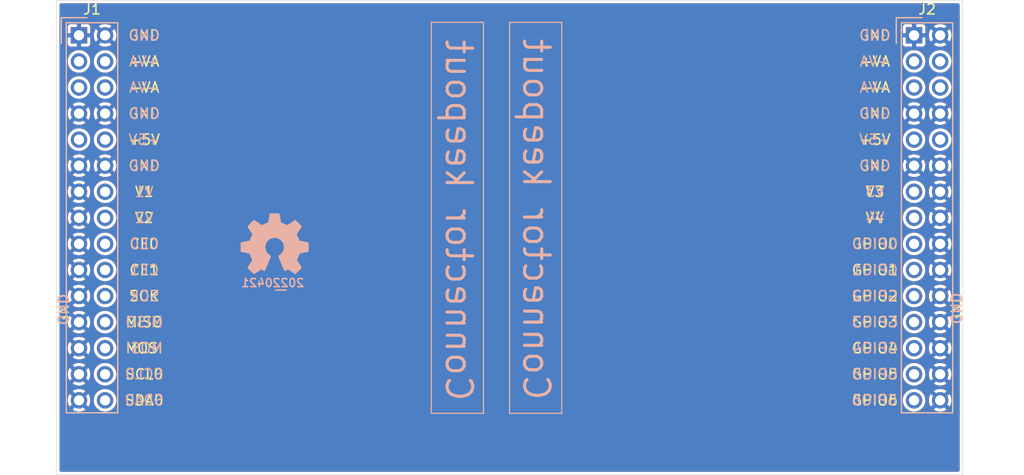
<source format=kicad_pcb>
(kicad_pcb (version 20221018) (generator pcbnew)
  (layers (0 "F.Cu" signal) (31 "B.Cu" signal) (34 "B.Paste" user) (35 "F.Paste" user) (36 "B.SilkS" user "B.Silkscreen") (37 "F.SilkS" user "F.Silkscreen") (38 "B.Mask" user) (39 "F.Mask" user) (44 "Edge.Cuts" user))
  (net 0 "")
  (net 1 "GND")
  (footprint "SquantorConnectorsNamed:module_2x15_right" (layer "F.Cu") (at 227.33 90.17)
    (fp_text reference "J2" (at 0 -20.32 unlocked) (layer "F.SilkS"))
    (fp_text value "module_2x15_right_input")
    (fp_text user "GND" (at -5.08 -10.16 unlocked) (layer "B.SilkS") (effects (justify mirror)))
    (fp_text user "GND" (at 2.79 8.83 -90 unlocked) (layer "B.SilkS") (effects (justify mirror)))
    (fp_text user "+VA" (at -5.08 -15.24 unlocked) (layer "B.SilkS") (effects (justify mirror)))
    (fp_text user "V4" (at -5.08 0 unlocked) (layer "B.SilkS") (effects (justify mirror)))
    (fp_text user "GND" (at -5.08 -5.08 unlocked) (layer "B.SilkS") (effects (justify mirror)))
    (fp_text user "V3" (at -5.08 -2.54 unlocked) (layer "B.SilkS") (effects (justify mirror)))
    (fp_text user "GPIO3" (at -5.08 10.16 unlocked) (layer "B.SilkS") (effects (justify mirror)))
    (fp_text user "GPIO2" (at -5.08 7.62 unlocked) (layer "B.SilkS") (effects (justify mirror)))
    (fp_text user "GPIO0" (at -5.08 2.54 unlocked) (layer "B.SilkS") (effects (justify mirror)))
    (fp_text user "GPIO4" (at -5.08 12.7 unlocked) (layer "B.SilkS") (effects (justify mirror)))
    (fp_text user "-VA" (at -5.08 -12.7 unlocked) (layer "B.SilkS") (effects (justify mirror)))
    (fp_text user "GPIO5" (at -5.08 15.24 unlocked) (layer "B.SilkS") (effects (justify mirror)))
    (fp_text user "GPIO1" (at -5.08 5.08 unlocked) (layer "B.SilkS") (effects (justify mirror)))
    (fp_text user "GND" (at -5.08 -17.78 unlocked) (layer "B.SilkS") (effects (justify mirror)))
    (fp_text user "GPIO6" (at -5.112672 17.756379 unlocked) (layer "B.SilkS") (effects (justify mirror)))
    (fp_text user "+5V" (at -5.08 -7.62 unlocked) (layer "B.SilkS") (effects (justify mirror)))
    (fp_text user "V4" (at -5.08 0 unlocked) (layer "F.SilkS"))
    (fp_text user "GPIO6" (at -5.08 17.78 unlocked) (layer "F.SilkS"))
    (fp_text user "V3" (at -5.08 -2.54 unlocked) (layer "F.SilkS"))
    (fp_text user "GPIO0" (at -5.08 2.54 unlocked) (layer "F.SilkS"))
    (fp_text user "GPIO2" (at -5.08 7.62 unlocked) (layer "F.SilkS"))
    (fp_text user "GND" (at -5.08 -17.78 unlocked) (layer "F.SilkS"))
    (fp_text user "GND" (at -5.08 -5.08 unlocked) (layer "F.SilkS"))
    (fp_text user "+VA" (at -5.08 -15.24 unlocked) (layer "F.SilkS"))
    (fp_text user "GPIO1" (at -5.08 5.08 unlocked) (layer "F.SilkS"))
    (fp_text user "GND" (at -5.08 -10.16 unlocked) (layer "F.SilkS"))
    (fp_text user "GPIO4" (at -5.08 12.7 unlocked) (layer "F.SilkS"))
    (fp_text user "+5V" (at -5.08 -7.62 unlocked) (layer "F.SilkS"))
    (fp_text user "GND" (at 2.89 8.83 90 unlocked) (layer "F.SilkS"))
    (fp_text user "GPIO5" (at -5.08 15.24 unlocked) (layer "F.SilkS"))
    (fp_text user "-VA" (at -5.08 -12.7 unlocked) (layer "F.SilkS"))
    (fp_text user "GPIO3" (at -5.08 10.16 unlocked) (layer "F.SilkS"))
    (fp_line (start -3 -19.5) (end -3 -17) (stroke (width 0.12)) (layer "B.SilkS"))
    (fp_line (start -0.5 -19.5) (end -3 -19.5) (stroke (width 0.12)) (layer "B.SilkS"))
    (fp_rect (start -2.5 -19) (end 2.5 19) (stroke (width 0.12)) (fill none) (layer "B.SilkS"))
    (fp_line (start -3 -19.5) (end -0.5 -19.5) (stroke (width 0.12)) (layer "F.SilkS"))
    (fp_line (start -3 -17) (end -3 -19.5) (stroke (width 0.12)) (layer "F.SilkS"))
    (fp_line (start -2.5 -19) (end 2.5 -19) (stroke (width 0.12)) (layer "F.SilkS"))
    (fp_line (start -2.5 19) (end -2.5 -19) (stroke (width 0.12)) (layer "F.SilkS"))
    (fp_line (start 2.5 -19) (end 2.5 19) (stroke (width 0.12)) (layer "F.SilkS"))
    (fp_line (start 2.5 19) (end -2.5 19) (stroke (width 0.12)) (layer "F.SilkS"))
    (pad "1" thru_hole rect (at -1.27 -17.78) (size 1.6 1.6) (drill 1) (layers "*.Cu" "*.Mask") (net 1 "GND"))
    (pad "2" thru_hole circle (at 1.27 -17.78) (size 1.6 1.6) (drill 1) (layers "*.Cu" "*.Mask") (net 1 "GND"))
    (pad "3" thru_hole circle (at -1.27 -15.24) (size 1.6 1.6) (drill 1) (layers "*.Cu" "*.Mask"))
    (pad "4" thru_hole circle (at 1.27 -15.24) (size 1.6 1.6) (drill 1) (layers "*.Cu" "*.Mask"))
    (pad "5" thru_hole circle (at -1.27 -12.7) (size 1.6 1.6) (drill 1) (layers "*.Cu" "*.Mask"))
    (pad "6" thru_hole circle (at 1.27 -12.7) (size 1.6 1.6) (drill 1) (layers "*.Cu" "*.Mask"))
    (pad "7" thru_hole circle (at -1.27 -10.16) (size 1.6 1.6) (drill 1) (layers "*.Cu" "*.Mask") (net 1 "GND"))
    (pad "8" thru_hole circle (at 1.27 -10.16) (size 1.6 1.6) (drill 1) (layers "*.Cu" "*.Mask") (net 1 "GND"))
    (pad "9" thru_hole circle (at -1.27 -7.62) (size 1.6 1.6) (drill 1) (layers "*.Cu" "*.Mask"))
    (pad "10" thru_hole circle (at 1.27 -7.62) (size 1.6 1.6) (drill 1) (layers "*.Cu" "*.Mask"))
    (pad "11" thru_hole circle (at -1.27 -5.08) (size 1.6 1.6) (drill 1) (layers "*.Cu" "*.Mask") (net 1 "GND"))
    (pad "12" thru_hole circle (at 1.27 -5.08) (size 1.6 1.6) (drill 1) (layers "*.Cu" "*.Mask") (net 1 "GND"))
    (pad "13" thru_hole circle (at -1.27 -2.54) (size 1.6 1.6) (drill 1) (layers "*.Cu" "*.Mask"))
    (pad "14" thru_hole circle (at 1.27 -2.54) (size 1.6 1.6) (drill 1) (layers "*.Cu" "*.Mask") (net 1 "GND"))
    (pad "15" thru_hole circle (at -1.27 0) (size 1.6 1.6) (drill 1) (layers "*.Cu" "*.Mask"))
    (pad "16" thru_hole circle (at 1.27 0) (size 1.6 1.6) (drill 1) (layers "*.Cu" "*.Mask") (net 1 "GND"))
    (pad "17" thru_hole circle (at -1.27 2.54) (size 1.6 1.6) (drill 1) (layers "*.Cu" "*.Mask"))
    (pad "18" thru_hole circle (at 1.27 2.54) (size 1.6 1.6) (drill 1) (layers "*.Cu" "*.Mask") (net 1 "GND"))
    (pad "19" thru_hole circle (at -1.27 5.08) (size 1.6 1.6) (drill 1) (layers "*.Cu" "*.Mask"))
    (pad "20" thru_hole circle (at 1.27 5.08) (size 1.6 1.6) (drill 1) (layers "*.Cu" "*.Mask") (net 1 "GND"))
    (pad "21" thru_hole circle (at -1.27 7.62) (size 1.6 1.6) (drill 1) (layers "*.Cu" "*.Mask"))
    (pad "22" thru_hole circle (at 1.27 7.62) (size 1.6 1.6) (drill 1) (layers "*.Cu" "*.Mask") (net 1 "GND"))
    (pad "23" thru_hole circle (at -1.27 10.16) (size 1.6 1.6) (drill 1) (layers "*.Cu" "*.Mask"))
    (pad "24" thru_hole circle (at 1.27 10.16) (size 1.6 1.6) (drill 1) (layers "*.Cu" "*.Mask") (net 1 "GND"))
    (pad "25" thru_hole circle (at -1.27 12.7) (size 1.6 1.6) (drill 1) (layers "*.Cu" "*.Mask"))
    (pad "26" thru_hole circle (at 1.27 12.7) (size 1.6 1.6) (drill 1) (layers "*.Cu" "*.Mask") (net 1 "GND"))
    (pad "27" thru_hole circle (at -1.27 15.24) (size 1.6 1.6) (drill 1) (layers "*.Cu" "*.Mask"))
    (pad "28" thru_hole circle (at 1.27 15.24) (size 1.6 1.6) (drill 1) (layers "*.Cu" "*.Mask") (net 1 "GND"))
    (pad "29" thru_hole circle (at -1.27 17.78) (size 1.6 1.6) (drill 1) (layers "*.Cu" "*.Mask"))
    (pad "30" thru_hole circle (at 1.27 17.78) (size 1.6 1.6) (drill 1) (layers "*.Cu" "*.Mask") (net 1 "GND"))
  )
  (footprint "SquantorConnectorsNamed:module_2x15_left" (layer "F.Cu") (at 146.05 90.17)
    (fp_text reference "J1" (at 0 -20.32 unlocked) (layer "F.SilkS"))
    (fp_text value "module_2x15_left_input")
    (fp_text user "GND" (at 5.08 -17.78 unlocked) (layer "B.SilkS") (effects (justify mirror)))
    (fp_text user "MISO" (at 5.08 10.16 unlocked) (layer "B.SilkS") (effects (justify mirror)))
    (fp_text user "+5V" (at 5.08 -7.62 unlocked) (layer "B.SilkS") (effects (justify mirror)))
    (fp_text user "SCK" (at 5.08 7.62 unlocked) (layer "B.SilkS") (effects (justify mirror)))
    (fp_text user "-VA" (at 5.08 -12.7 unlocked) (layer "B.SilkS") (effects (justify mirror)))
    (fp_text user "CE1" (at 5.08 5.08 unlocked) (layer "B.SilkS") (effects (justify mirror)))
    (fp_text user "+VA" (at 5.08 -15.24 unlocked) (layer "B.SilkS") (effects (justify mirror)))
    (fp_text user "V1" (at 5.08 -2.54 unlocked) (layer "B.SilkS") (effects (justify mirror)))
    (fp_text user "GND" (at -2.85 8.93 -90 unlocked) (layer "B.SilkS") (effects (justify mirror)))
    (fp_text user "GND" (at 5.08 -5.08 unlocked) (layer "B.SilkS") (effects (justify mirror)))
    (fp_text user "CE0" (at 5.08 2.54 unlocked) (layer "B.SilkS") (effects (justify mirror)))
    (fp_text user "GND" (at 5.08 -10.16 unlocked) (layer "B.SilkS") (effects (justify mirror)))
    (fp_text user "MOSI" (at 5.08 12.7 unlocked) (layer "B.SilkS") (effects (justify mirror)))
    (fp_text user "V2" (at 5.08 0 unlocked) (layer "B.SilkS") (effects (justify mirror)))
    (fp_text user "SDA0" (at 5.079999 17.758937 unlocked) (layer "B.SilkS") (effects (justify mirror)))
    (fp_text user "SCL0" (at 5.079999 15.21948 unlocked) (layer "B.SilkS") (effects (justify mirror)))
    (fp_text user "GND" (at 5.08 -10.16 unlocked) (layer "F.SilkS"))
    (fp_text user "MOSI" (at 5.08 12.7 unlocked) (layer "F.SilkS"))
    (fp_text user "+5V" (at 5.08 -7.62 unlocked) (layer "F.SilkS"))
    (fp_text user "GND" (at 5.08 -5.08 unlocked) (layer "F.SilkS"))
    (fp_text user "SCL0" (at 5.08 15.24 unlocked) (layer "F.SilkS"))
    (fp_text user "CE1" (at 5.08 5.08 unlocked) (layer "F.SilkS"))
    (fp_text user "GND" (at 5.08 -17.78 unlocked) (layer "F.SilkS"))
    (fp_text user "-VA" (at 5.08 -12.7 unlocked) (layer "F.SilkS"))
    (fp_text user "SDA0" (at 5.08 17.78 unlocked) (layer "F.SilkS"))
    (fp_text user "MISO" (at 5.08 10.16 unlocked) (layer "F.SilkS"))
    (fp_text user "GND" (at -2.75 8.93 90 unlocked) (layer "F.SilkS"))
    (fp_text user "CE0" (at 5.08 2.54 unlocked) (layer "F.SilkS"))
    (fp_text user "SCK" (at 5.08 7.62 unlocked) (layer "F.SilkS"))
    (fp_text user "V1" (at 5.08 -2.54 unlocked) (layer "F.SilkS"))
    (fp_text user "V2" (at 5.08 0 unlocked) (layer "F.SilkS"))
    (fp_text user "+VA" (at 5.08 -15.24 unlocked) (layer "F.SilkS"))
    (fp_line (start -3 -19.5) (end -0.5 -19.5) (stroke (width 0.12)) (layer "B.SilkS"))
    (fp_line (start -3 -17) (end -3 -19.5) (stroke (width 0.12)) (layer "B.SilkS"))
    (fp_rect (start -2.5 -19) (end 2.5 19) (stroke (width 0.12)) (fill none) (layer "B.SilkS"))
    (fp_line (start -3 -19.5) (end -0.5 -19.5) (stroke (width 0.12)) (layer "F.SilkS"))
    (fp_line (start -3 -17) (end -3 -19.5) (stroke (width 0.12)) (layer "F.SilkS"))
    (fp_line (start -2.5 -19) (end 2.5 -19) (stroke (width 0.12)) (layer "F.SilkS"))
    (fp_line (start -2.5 19) (end -2.5 -19) (stroke (width 0.12)) (layer "F.SilkS"))
    (fp_line (start 2.5 -19) (end 2.5 19) (stroke (width 0.12)) (layer "F.SilkS"))
    (fp_line (start 2.5 19) (end -2.5 19) (stroke (width 0.12)) (layer "F.SilkS"))
    (pad "1" thru_hole rect (at -1.27 -17.78) (size 1.6 1.6) (drill 1) (layers "*.Cu" "*.Mask") (net 1 "GND"))
    (pad "2" thru_hole circle (at 1.27 -17.78) (size 1.6 1.6) (drill 1) (layers "*.Cu" "*.Mask") (net 1 "GND"))
    (pad "3" thru_hole circle (at -1.27 -15.24) (size 1.6 1.6) (drill 1) (layers "*.Cu" "*.Mask"))
    (pad "4" thru_hole circle (at 1.27 -15.24) (size 1.6 1.6) (drill 1) (layers "*.Cu" "*.Mask"))
    (pad "5" thru_hole circle (at -1.27 -12.7) (size 1.6 1.6) (drill 1) (layers "*.Cu" "*.Mask"))
    (pad "6" thru_hole circle (at 1.27 -12.7) (size 1.6 1.6) (drill 1) (layers "*.Cu" "*.Mask"))
    (pad "7" thru_hole circle (at -1.27 -10.16) (size 1.6 1.6) (drill 1) (layers "*.Cu" "*.Mask") (net 1 "GND"))
    (pad "8" thru_hole circle (at 1.27 -10.16) (size 1.6 1.6) (drill 1) (layers "*.Cu" "*.Mask") (net 1 "GND"))
    (pad "9" thru_hole circle (at -1.27 -7.62) (size 1.6 1.6) (drill 1) (layers "*.Cu" "*.Mask"))
    (pad "10" thru_hole circle (at 1.27 -7.62) (size 1.6 1.6) (drill 1) (layers "*.Cu" "*.Mask"))
    (pad "11" thru_hole circle (at -1.27 -5.08) (size 1.6 1.6) (drill 1) (layers "*.Cu" "*.Mask") (net 1 "GND"))
    (pad "12" thru_hole circle (at 1.27 -5.08) (size 1.6 1.6) (drill 1) (layers "*.Cu" "*.Mask") (net 1 "GND"))
    (pad "13" thru_hole circle (at -1.27 -2.54) (size 1.6 1.6) (drill 1) (layers "*.Cu" "*.Mask") (net 1 "GND"))
    (pad "14" thru_hole circle (at 1.27 -2.54) (size 1.6 1.6) (drill 1) (layers "*.Cu" "*.Mask"))
    (pad "15" thru_hole circle (at -1.27 0) (size 1.6 1.6) (drill 1) (layers "*.Cu" "*.Mask") (net 1 "GND"))
    (pad "16" thru_hole circle (at 1.27 0) (size 1.6 1.6) (drill 1) (layers "*.Cu" "*.Mask"))
    (pad "17" thru_hole circle (at -1.27 2.54) (size 1.6 1.6) (drill 1) (layers "*.Cu" "*.Mask") (net 1 "GND"))
    (pad "18" thru_hole circle (at 1.27 2.54) (size 1.6 1.6) (drill 1) (layers "*.Cu" "*.Mask"))
    (pad "19" thru_hole circle (at -1.27 5.08) (size 1.6 1.6) (drill 1) (layers "*.Cu" "*.Mask") (net 1 "GND"))
    (pad "20" thru_hole circle (at 1.27 5.08) (size 1.6 1.6) (drill 1) (layers "*.Cu" "*.Mask"))
    (pad "21" thru_hole circle (at -1.27 7.62) (size 1.6 1.6) (drill 1) (layers "*.Cu" "*.Mask") (net 1 "GND"))
    (pad "22" thru_hole circle (at 1.27 7.62) (size 1.6 1.6) (drill 1) (layers "*.Cu" "*.Mask"))
    (pad "23" thru_hole circle (at -1.27 10.16) (size 1.6 1.6) (drill 1) (layers "*.Cu" "*.Mask") (net 1 "GND"))
    (pad "24" thru_hole circle (at 1.27 10.16) (size 1.6 1.6) (drill 1) (layers "*.Cu" "*.Mask"))
    (pad "25" thru_hole circle (at -1.27 12.7) (size 1.6 1.6) (drill 1) (layers "*.Cu" "*.Mask") (net 1 "GND"))
    (pad "26" thru_hole circle (at 1.27 12.7) (size 1.6 1.6) (drill 1) (layers "*.Cu" "*.Mask"))
    (pad "27" thru_hole circle (at -1.27 15.24) (size 1.6 1.6) (drill 1) (layers "*.Cu" "*.Mask") (net 1 "GND"))
    (pad "28" thru_hole circle (at 1.27 15.24) (size 1.6 1.6) (drill 1) (layers "*.Cu" "*.Mask"))
    (pad "29" thru_hole circle (at -1.27 17.78) (size 1.6 1.6) (drill 1) (layers "*.Cu" "*.Mask") (net 1 "GND"))
    (pad "30" thru_hole circle (at 1.27 17.78) (size 1.6 1.6) (drill 1) (layers "*.Cu" "*.Mask"))
  )
  (footprint "SquantorLabels:Label_Generic" (layer "B.Cu") (at 164.43 96.61 180)
    (fp_text reference "N1" hide)
    (fp_text value "20220421" (at 0.8 0.1) (layer "B.SilkS") (effects (font (size 0.8 0.8)) (justify mirror)))
    (fp_line (start -0.5 -0.6) (end 0.5 -0.6) (stroke (width 0.15)) (layer "B.SilkS"))
  )
  (footprint "Symbol:OSHW-Symbol_6.7x6mm_SilkScreen" (layer "B.Cu") (at 163.83 92.71 180)
    (fp_text reference "N2" hide)
    (fp_text value "OHWLOGO" hide)
    (fp_poly (pts (xy 0.555814 2.531069) (xy 0.639635 2.086445) (xy 0.94892 1.958947) (xy 1.258206 1.831449) (xy 1.629246 2.083754) (xy 1.733157 2.154004) (xy 1.827087 2.216728) (xy 1.906652 2.269062) (xy 1.96747 2.308143) (xy 2.005157 2.331107) (xy 2.015421 2.336058) (xy 2.03391 2.323324) (xy 2.07342 2.288118) (xy 2.129522 2.234938) (xy 2.197787 2.168282) (xy 2.273786 2.092646) (xy 2.353092 2.012528) (xy 2.431275 1.932426) (xy 2.503907 1.856836) (xy 2.566559 1.790255) (xy 2.614803 1.737182) (xy 2.64421 1.702113) (xy 2.651241 1.690377) (xy 2.641123 1.66874) (xy 2.612759 1.621338) (xy 2.569129 1.552807) (xy 2.513218 1.467785) (xy 2.448006 1.370907) (xy 2.410219 1.31565) (xy 2.341343 1.214752) (xy 2.28014 1.123701) (xy 2.229578 1.04703) (xy 2.192628 0.989272) (xy 2.172258 0.954957) (xy 2.169197 0.947746) (xy 2.176136 0.927252) (xy 2.195051 0.879487) (xy 2.223087 0.811168) (xy 2.257391 0.729011) (xy 2.295109 0.63973) (xy 2.333387 0.550042) (xy 2.36937 0.466662) (xy 2.400206 0.396306) (xy 2.423039 0.34569) (xy 2.435017 0.321529) (xy 2.435724 0.320578) (xy 2.454531 0.315964) (xy 2.504618 0.305672) (xy 2.580793 0.290713) (xy 2.677865 0.272099) (xy 2.790643 0.250841) (xy 2.856442 0.238582) (xy 2.97695 0.215638) (xy 3.085797 0.193805) (xy 3.177476 0.174278) (xy 3.246481 0.158252) (xy 3.287304 0.146921) (xy 3.295511 0.143326) (xy 3.303548 0.118994) (xy 3.310033 0.064041) (xy 3.31497 -0.015108) (xy 3.318364 -0.112026) (xy 3.320218 -0.220287) (xy 3.320538 -0.333465) (xy 3.319327 -0.445135) (xy 3.31659 -0.548868) (xy 3.312331 -0.638241) (xy 3.306555 -0.706826) (xy 3.299267 -0.748197) (xy 3.294895 -0.75681) (xy 3.268764 -0.767133) (xy 3.213393 -0.781892) (xy 3.136107 -0.799352) (xy 3.04423 -0.81778) (xy 3.012158 -0.823741) (xy 2.857524 -0.852066) (xy 2.735375 -0.874876) (xy 2.641673 -0.89308) (xy 2.572384 -0.907583) (xy 2.523471 -0.919292) (xy 2.490897 -0.929115) (xy 2.470628 -0.937956) (xy 2.458626 -0.946724) (xy 2.456947 -0.948457) (xy 2.440184 -0.976371) (xy 2.414614 -1.030695) (xy 2.382788 -1.104777) (xy 2.34726 -1.191965) (xy 2.310583 -1.285608) (xy 2.275311 -1.379052) (xy 2.243996 -1.465647) (xy 2.219193 -1.53874) (xy 2.203454 -1.591678) (xy 2.199332 -1.617811) (xy 2.199676 -1.618726) (xy 2.213641 -1.640086) (xy 2.245322 -1.687084) (xy 2.291391 -1.754827) (xy 2.348518 -1.838423) (xy 2.413373 -1.932982) (xy 2.431843 -1.959854) (xy 2.497699 -2.057275) (xy 2.55565 -2.146163) (xy 2.602538 -2.221412) (xy 2.635207 -2.27792) (xy 2.6505 -2.310581) (xy 2.651241 -2.314593) (xy 2.638392 -2.335684) (xy 2.602888 -2.377464) (xy 2.549293 -2.435445) (xy 2.482171 -2.505135) (xy 2.406087 -2.582045) (xy 2.325604 -2.661683) (xy 2.245287 -2.739561) (xy 2.169699 -2.811186) (xy 2.103405 -2.87207) (xy 2.050969 -2.917721) (xy 2.016955 -2.94365) (xy 2.007545 -2.947883) (xy 1.985643 -2.937912) (xy 1.9408 -2.91102) (xy 1.880321 -2.871736) (xy 1.833789 -2.840117) (xy 1.749475 -2.782098) (xy 1.649626 -2.713784) (xy 1.549473 -2.645579) (xy 1.495627 -2.609075) (xy 1.313371 -2.4858) (xy 1.160381 -2.56852) (xy 1.090682 -2.604759) (xy 1.031414 -2.632926) (xy 0.991311 -2.648991) (xy 0.981103 -2.651226) (xy 0.968829 -2.634722) (xy 0.944613 -2.588082) (xy 0.910263 -2.515609) (xy 0.867588 -2.421606) (xy 0.818394 -2.310374) (xy 0.76449 -2.186215) (xy 0.707684 -2.053432) (xy 0.649782 -1.916327) (xy 0.592593 -1.779202) (xy 0.537924 -1.646358) (xy 0.487584 -1.522098) (xy 0.44338 -1.410725) (xy 0.407119 -1.316539) (xy 0.380609 -1.243844) (xy 0.365658 -1.196941) (xy 0.363254 -1.180833) (xy 0.382311 -1.160286) (xy 0.424036 -1.126933) (xy 0.479706 -1.087702) (xy 0.484378 -1.084599) (xy 0.628264 -0.969423) (xy 0.744283 -0.835053) (xy 0.83143 -0.685784) (xy 0.888699 -0.525913) (xy 0.915086 -0.359737) (xy 0.909585 -0.191552) (xy 0.87119 -0.025655) (xy 0.798895 0.133658) (xy 0.777626 0.168513) (xy 0.666996 0.309263) (xy 0.536302 0.422286) (xy 0.390064 0.506997) (xy 0.232808 0.562806) (xy 0.069057 0.589126) (xy -0.096667 0.58537) (xy -0.259838 0.55095) (xy -0.415935 0.485277) (xy -0.560433 0.387765) (xy -0.605131 0.348187) (xy -0.718888 0.224297) (xy -0.801782 0.093876) (xy -0.858644 -0.052315) (xy -0.890313 -0.197088) (xy -0.898131 -0.35986) (xy -0.872062 -0.52344) (xy -0.814755 -0.682298) (xy -0.728856 -0.830906) (xy -0.617014 -0.963735) (xy -0.481877 -1.075256) (xy -0.464117 -1.087011) (xy -0.40785 -1.125508) (xy -0.365077 -1.158863) (xy -0.344628 -1.18016) (xy -0.344331 -1.180833) (xy -0.348721 -1.203871) (xy -0.366124 -1.256157) (xy -0.394732 -1.33339) (xy -0.432735 -1.431268) (xy -0.478326 -1.545491) (xy -0.529697 -1.671758) (xy -0.585038 -1.805767) (xy -0.642542 -1.943218) (xy -0.700399 -2.079808) (xy -0.756802 -2.211237) (xy -0.809942 -2.333205) (xy -0.85801 -2.441409) (xy -0.899199 -2.531549) (xy -0.931699 -2.599323) (xy -0.953703 -2.64043) (xy -0.962564 -2.651226) (xy -0.98964 -2.642819) (xy -1.040303 -2.620272) (xy -1.105817 -2.587613) (xy -1.141841 -2.56852) (xy -1.294832 -2.4858) (xy -1.477088 -2.609075) (xy -1.570125 -2.672228) (xy -1.671985 -2.741727) (xy -1.767438 -2.807165) (xy -1.81525 -2.840117) (xy -1.882495 -2.885273) (xy -1.939436 -2.921057) (xy -1.978646 -2.942938) (xy -1.991381 -2.947563) (xy -2.009917 -2.935085) (xy -2.050941 -2.900252) (xy -2.110475 -2.846678) (xy -2.184542 -2.777983) (xy -2.269165 -2.697781) (xy -2.322685 -2.646286) (xy -2.416319 -2.554286) (xy -2.497241 -2.471999) (xy -2.562177 -2.402945) (xy -2.607858 -2.350644) (xy -2.631011 -2.318616) (xy -2.633232 -2.312116) (xy -2.622924 -2.287394) (xy -2.594439 -2.237405) (xy -2.550937 -2.167212) (xy -2.495577 -2.081875) (xy -2.43152 -1.986456) (xy -2.413303 -1.959854) (xy -2.346927 -1.863167) (xy -2.287378 -1.776117) (xy -2.237984 -1.703595) (xy -2.202075 -1.650493) (xy -2.182981 -1.621703) (xy -2.181136 -1.618726) (xy -2.183895 -1.595782) (xy -2.198538 -1.545336) (xy -2.222513 -1.474041) (xy -2.253266 -1.388547) (xy -2.288244 -1.295507) (xy -2.324893 -1.201574) (xy -2.360661 -1.113399) (xy -2.392994 -1.037634) (xy -2.419338 -0.980931) (xy -2.437142 -0.949943) (xy -2.438407 -0.948457) (xy -2.449294 -0.939601) (xy -2.467682 -0.930843) (xy -2.497606 -0.921277) (xy -2.543103 -0.909996) (xy -2.608209 -0.896093) (xy -2.696961 -0.878663) (xy -2.813393 -0.856798) (xy -2.961542 -0.829591) (xy -2.993618 -0.823741) (xy -3.088686 -0.805374) (xy -3.171565 -0.787405) (xy -3.23493 -0.771569) (xy -3.271458 -0.7596) (xy -3.276356 -0.75681) (xy -3.284427 -0.732072) (xy -3.290987 -0.67679) (xy -3.296033 -0.597389) (xy -3.299559 -0.500296) (xy -3.301561 -0.391938) (xy -3.302036 -0.27874) (xy -3.300977 -0.167128) (xy -3.298382 -0.063529) (xy -3.294246 0.025632) (xy -3.288563 0.093928) (xy -3.281331 0.134934) (xy -3.276971 0.143326) (xy -3.252698 0.151792) (xy -3.197426 0.165565) (xy -3.116662 0.18345) (xy -3.015912 0.204252) (xy -2.900683 0.226777) (xy -2.837902 0.238582) (xy -2.718787 0.260849) (xy -2.612565 0.281021) (xy -2.524427 0.298085) (xy -2.459566 0.311031) (xy -2.423174 0.318845) (xy -2.417184 0.320578) (xy -2.407061 0.34011) (xy -2.385662 0.387157) (xy -2.355839 0.454997) (xy -2.320445 0.536909) (xy -2.282332 0.626172) (xy -2.244353 0.716065) (xy -2.20936 0.799865) (xy -2.180206 0.870853) (xy -2.159743 0.922306) (xy -2.150823 0.947503) (xy -2.150657 0.948604) (xy -2.160769 0.968481) (xy -2.189117 1.014223) (xy -2.232723 1.081283) (xy -2.288606 1.165116) (xy -2.353787 1.261174) (xy -2.391679 1.31635) (xy -2.460725 1.417519) (xy -2.52205 1.50937) (xy -2.572663 1.587256) (xy -2.609571 1.646531) (xy -2.629782 1.682549) (xy -2.632701 1.690623) (xy -2.620153 1.709416) (xy -2.585463 1.749543) (xy -2.533063 1.806507) (xy -2.467384 1.875815) (xy -2.392856 1.952969) (xy -2.313913 2.033475) (xy -2.234983 2.112837) (xy -2.1605 2.18656) (xy -2.094894 2.250148) (xy -2.042596 2.299106) (xy -2.008039 2.328939) (xy -1.996478 2.336058) (xy -1.977654 2.326047) (xy -1.932631 2.297922) (xy -1.865787 2.254546) (xy -1.781499 2.198782) (xy -1.684144 2.133494) (xy -1.610707 2.083754) (xy -1.239667 1.831449) (xy -0.621095 2.086445) (xy -0.537275 2.531069) (xy -0.453454 2.975693) (xy 0.471994 2.975693) (xy 0.555814 2.531069)) (stroke (width 0.01)) (fill solid) (layer "B.SilkS"))
  )
  (gr_rect (start 179.07 71.12) (end 184.15 109.22) (stroke (width 0.12)) (fill none) (layer "B.SilkS"))
  (gr_rect (start 186.69 71.12) (end 191.77 109.22) (stroke (width 0.12)) (fill none) (layer "B.SilkS"))
  (gr_rect locked (start 142.58 68.97) (end 230.8 115.21) (stroke (width 0.05)) (fill none) (layer "Edge.Cuts"))
  (gr_text "Connector keepout" (at 189.29 90.33 -90) (layer "B.SilkS") (effects (font (size 2.5 2.5) (thickness 0.3)) (justify mirror)))
  (gr_text "Connector keepout" (at 181.75 90.42 -90) (layer "B.SilkS") (effects (font (size 2.5 2.5) (thickness 0.3)) (justify mirror)))
  (zone (net 1) (net_name "GND") (layers "F&B.Cu") (connect_pads (clearance 0.3)) (min_thickness 0.3) (fill yes (thermal_gap 0.3) (thermal_bridge_width 0.4))
    (polygon (pts (xy 230.8 115.21) (xy 142.58 115.21) (xy 142.58 68.97) (xy 230.8 68.97)))
  )
)
</source>
